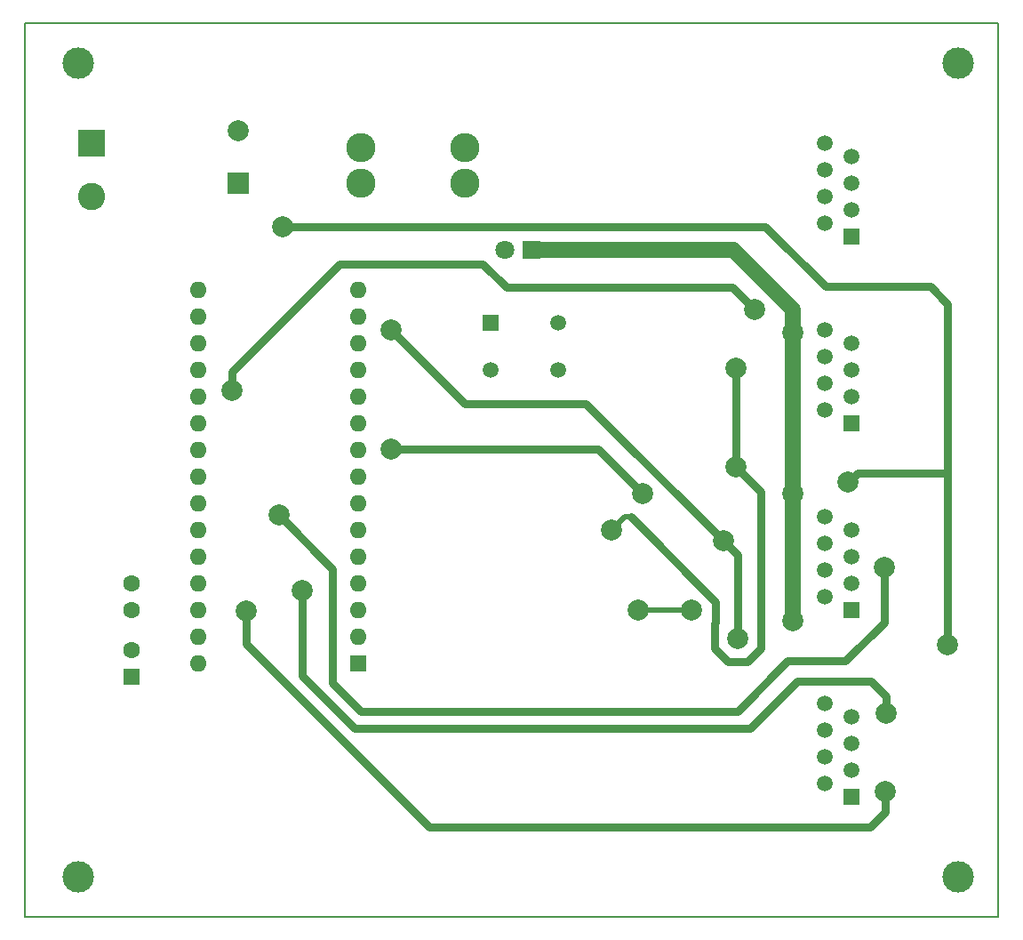
<source format=gbr>
G04 #@! TF.GenerationSoftware,KiCad,Pcbnew,5.0.2*
G04 #@! TF.CreationDate,2019-03-04T19:00:17-06:00*
G04 #@! TF.ProjectId,race timer,72616365-2074-4696-9d65-722e6b696361,rev?*
G04 #@! TF.SameCoordinates,PX6e37550PYe88b40*
G04 #@! TF.FileFunction,Copper,L1,Top*
G04 #@! TF.FilePolarity,Positive*
%FSLAX46Y46*%
G04 Gerber Fmt 4.6, Leading zero omitted, Abs format (unit mm)*
G04 Created by KiCad (PCBNEW 5.0.2) date Mon 04 Mar 2019 19:00:17 CST*
%MOMM*%
%LPD*%
G01*
G04 APERTURE LIST*
G04 #@! TA.AperFunction,NonConductor*
%ADD10C,0.150000*%
G04 #@! TD*
G04 #@! TA.AperFunction,ComponentPad*
%ADD11C,3.000000*%
G04 #@! TD*
G04 #@! TA.AperFunction,ComponentPad*
%ADD12R,1.498000X1.498000*%
G04 #@! TD*
G04 #@! TA.AperFunction,ComponentPad*
%ADD13C,1.498000*%
G04 #@! TD*
G04 #@! TA.AperFunction,ComponentPad*
%ADD14R,1.600000X1.600000*%
G04 #@! TD*
G04 #@! TA.AperFunction,ComponentPad*
%ADD15C,1.600000*%
G04 #@! TD*
G04 #@! TA.AperFunction,ComponentPad*
%ADD16C,2.780000*%
G04 #@! TD*
G04 #@! TA.AperFunction,ComponentPad*
%ADD17C,1.800000*%
G04 #@! TD*
G04 #@! TA.AperFunction,ComponentPad*
%ADD18R,1.800000X1.800000*%
G04 #@! TD*
G04 #@! TA.AperFunction,ComponentPad*
%ADD19R,2.600000X2.600000*%
G04 #@! TD*
G04 #@! TA.AperFunction,ComponentPad*
%ADD20C,2.600000*%
G04 #@! TD*
G04 #@! TA.AperFunction,ComponentPad*
%ADD21O,1.600000X1.600000*%
G04 #@! TD*
G04 #@! TA.AperFunction,ComponentPad*
%ADD22C,1.500000*%
G04 #@! TD*
G04 #@! TA.AperFunction,ComponentPad*
%ADD23R,1.500000X1.500000*%
G04 #@! TD*
G04 #@! TA.AperFunction,ComponentPad*
%ADD24R,2.000000X2.000000*%
G04 #@! TD*
G04 #@! TA.AperFunction,ComponentPad*
%ADD25C,2.000000*%
G04 #@! TD*
G04 #@! TA.AperFunction,ViaPad*
%ADD26C,2.000000*%
G04 #@! TD*
G04 #@! TA.AperFunction,Conductor*
%ADD27C,0.800000*%
G04 #@! TD*
G04 #@! TA.AperFunction,Conductor*
%ADD28C,1.500000*%
G04 #@! TD*
G04 #@! TA.AperFunction,Conductor*
%ADD29C,0.500000*%
G04 #@! TD*
G04 APERTURE END LIST*
D10*
X0Y0D02*
X-92710000Y0D01*
X-92710000Y0D02*
X-92710000Y-85090000D01*
X0Y-85090000D02*
X0Y0D01*
X-92710000Y-85090000D02*
X0Y-85090000D01*
D11*
G04 #@! TO.P,MOUNT3,1*
G04 #@! TO.N,N/C*
X-87630000Y-81280000D03*
G04 #@! TD*
G04 #@! TO.P,MOUNT4,1*
G04 #@! TO.N,N/C*
X-3810000Y-3810000D03*
G04 #@! TD*
G04 #@! TO.P,MOUNT2,1*
G04 #@! TO.N,N/C*
X-3810000Y-81280000D03*
G04 #@! TD*
D12*
G04 #@! TO.P,SW1,1*
G04 #@! TO.N,/PB1*
X-48410000Y-28520000D03*
D13*
G04 #@! TO.P,SW1,2*
G04 #@! TO.N,GND*
X-48410000Y-33020000D03*
G04 #@! TO.P,SW1,4*
G04 #@! TO.N,N/C*
X-41910000Y-33020000D03*
G04 #@! TO.P,SW1,3*
X-41910000Y-28520000D03*
G04 #@! TD*
D14*
G04 #@! TO.P,C1,1*
G04 #@! TO.N,Net-(A1-Pad27)*
X-82550000Y-62230000D03*
D15*
G04 #@! TO.P,C1,2*
G04 #@! TO.N,GND*
X-82550000Y-59730000D03*
G04 #@! TD*
D16*
G04 #@! TO.P,F1,1*
G04 #@! TO.N,/12V_FUSED*
X-50800000Y-15240000D03*
X-50800000Y-11840000D03*
G04 #@! TO.P,F1,2*
G04 #@! TO.N,+12V*
X-60720000Y-15240000D03*
X-60720000Y-11840000D03*
G04 #@! TD*
D17*
G04 #@! TO.P,D1,2*
G04 #@! TO.N,Net-(D1-Pad2)*
X-46990000Y-21590000D03*
D18*
G04 #@! TO.P,D1,1*
G04 #@! TO.N,GND*
X-44450000Y-21590000D03*
G04 #@! TD*
D19*
G04 #@! TO.P,J1,1*
G04 #@! TO.N,GND*
X-86360000Y-11430000D03*
D20*
G04 #@! TO.P,J1,2*
G04 #@! TO.N,+12V*
X-86360000Y-16510000D03*
G04 #@! TD*
D14*
G04 #@! TO.P,A1,1*
G04 #@! TO.N,Net-(A1-Pad1)*
X-60960000Y-60960000D03*
D21*
G04 #@! TO.P,A1,17*
G04 #@! TO.N,Net-(A1-Pad17)*
X-76200000Y-27940000D03*
G04 #@! TO.P,A1,2*
G04 #@! TO.N,Net-(A1-Pad2)*
X-60960000Y-58420000D03*
G04 #@! TO.P,A1,18*
G04 #@! TO.N,Net-(A1-Pad18)*
X-76200000Y-30480000D03*
G04 #@! TO.P,A1,3*
G04 #@! TO.N,Net-(A1-Pad3)*
X-60960000Y-55880000D03*
G04 #@! TO.P,A1,19*
G04 #@! TO.N,Net-(A1-Pad19)*
X-76200000Y-33020000D03*
G04 #@! TO.P,A1,4*
G04 #@! TO.N,GND*
X-60960000Y-53340000D03*
G04 #@! TO.P,A1,20*
G04 #@! TO.N,Net-(A1-Pad20)*
X-76200000Y-35560000D03*
G04 #@! TO.P,A1,5*
G04 #@! TO.N,Net-(A1-Pad5)*
X-60960000Y-50800000D03*
G04 #@! TO.P,A1,21*
G04 #@! TO.N,Net-(A1-Pad21)*
X-76200000Y-38100000D03*
G04 #@! TO.P,A1,6*
G04 #@! TO.N,Net-(A1-Pad6)*
X-60960000Y-48260000D03*
G04 #@! TO.P,A1,22*
G04 #@! TO.N,Net-(A1-Pad22)*
X-76200000Y-40640000D03*
G04 #@! TO.P,A1,7*
G04 #@! TO.N,Net-(A1-Pad7)*
X-60960000Y-45720000D03*
G04 #@! TO.P,A1,23*
G04 #@! TO.N,Net-(A1-Pad23)*
X-76200000Y-43180000D03*
G04 #@! TO.P,A1,8*
G04 #@! TO.N,Net-(A1-Pad8)*
X-60960000Y-43180000D03*
G04 #@! TO.P,A1,24*
G04 #@! TO.N,Net-(A1-Pad24)*
X-76200000Y-45720000D03*
G04 #@! TO.P,A1,9*
G04 #@! TO.N,/SEL0*
X-60960000Y-40640000D03*
G04 #@! TO.P,A1,25*
G04 #@! TO.N,Net-(A1-Pad25)*
X-76200000Y-48260000D03*
G04 #@! TO.P,A1,10*
G04 #@! TO.N,/SEL1*
X-60960000Y-38100000D03*
G04 #@! TO.P,A1,26*
G04 #@! TO.N,Net-(A1-Pad26)*
X-76200000Y-50800000D03*
G04 #@! TO.P,A1,11*
G04 #@! TO.N,/LED1*
X-60960000Y-35560000D03*
G04 #@! TO.P,A1,27*
G04 #@! TO.N,Net-(A1-Pad27)*
X-76200000Y-53340000D03*
G04 #@! TO.P,A1,12*
G04 #@! TO.N,/PB1*
X-60960000Y-33020000D03*
G04 #@! TO.P,A1,28*
G04 #@! TO.N,Net-(A1-Pad28)*
X-76200000Y-55880000D03*
G04 #@! TO.P,A1,13*
G04 #@! TO.N,/SS*
X-60960000Y-30480000D03*
G04 #@! TO.P,A1,29*
G04 #@! TO.N,GND*
X-76200000Y-58420000D03*
G04 #@! TO.P,A1,14*
G04 #@! TO.N,/MOSI*
X-60960000Y-27940000D03*
G04 #@! TO.P,A1,30*
G04 #@! TO.N,/12V_FUSED*
X-76200000Y-60960000D03*
G04 #@! TO.P,A1,15*
G04 #@! TO.N,/MISO*
X-60960000Y-25400000D03*
G04 #@! TO.P,A1,16*
G04 #@! TO.N,/SCL*
X-76200000Y-25400000D03*
G04 #@! TD*
D22*
G04 #@! TO.P,L2_Start1,8*
G04 #@! TO.N,GND*
X-16510000Y-29210000D03*
G04 #@! TO.P,L2_Start1,7*
G04 #@! TO.N,Net-(L2_Start1-Pad7)*
X-13970000Y-30480000D03*
G04 #@! TO.P,L2_Start1,6*
G04 #@! TO.N,Net-(L2_Start1-Pad6)*
X-16510000Y-31750000D03*
G04 #@! TO.P,L2_Start1,5*
G04 #@! TO.N,Net-(L2_Start1-Pad5)*
X-13970000Y-33020000D03*
G04 #@! TO.P,L2_Start1,4*
G04 #@! TO.N,/PORT1_LED_EXCITE*
X-16510000Y-34290000D03*
G04 #@! TO.P,L2_Start1,3*
G04 #@! TO.N,Net-(A1-Pad20)*
X-13970000Y-35560000D03*
G04 #@! TO.P,L2_Start1,2*
G04 #@! TO.N,Net-(L2_Start1-Pad2)*
X-16510000Y-36830000D03*
D23*
G04 #@! TO.P,L2_Start1,1*
G04 #@! TO.N,/12V_FUSED*
X-13970000Y-38100000D03*
G04 #@! TD*
G04 #@! TO.P,L1_Finish1,1*
G04 #@! TO.N,/12V_FUSED*
X-13970000Y-55880000D03*
D22*
G04 #@! TO.P,L1_Finish1,2*
G04 #@! TO.N,Net-(L1_Finish1-Pad2)*
X-16510000Y-54610000D03*
G04 #@! TO.P,L1_Finish1,3*
G04 #@! TO.N,Net-(A1-Pad21)*
X-13970000Y-53340000D03*
G04 #@! TO.P,L1_Finish1,4*
G04 #@! TO.N,/PORT2_LED_EXCITE*
X-16510000Y-52070000D03*
G04 #@! TO.P,L1_Finish1,5*
G04 #@! TO.N,/SEL0*
X-13970000Y-50800000D03*
G04 #@! TO.P,L1_Finish1,6*
G04 #@! TO.N,/MOSI*
X-16510000Y-49530000D03*
G04 #@! TO.P,L1_Finish1,7*
G04 #@! TO.N,/SCL*
X-13970000Y-48260000D03*
G04 #@! TO.P,L1_Finish1,8*
G04 #@! TO.N,GND*
X-16510000Y-46990000D03*
G04 #@! TD*
D24*
G04 #@! TO.P,C3,1*
G04 #@! TO.N,+12V*
X-72390000Y-15240000D03*
D25*
G04 #@! TO.P,C3,2*
G04 #@! TO.N,GND*
X-72390000Y-10240000D03*
G04 #@! TD*
D15*
G04 #@! TO.P,C2,1*
G04 #@! TO.N,Net-(A1-Pad27)*
X-82550000Y-53380000D03*
G04 #@! TO.P,C2,2*
G04 #@! TO.N,GND*
X-82550000Y-55880000D03*
G04 #@! TD*
D23*
G04 #@! TO.P,L2_finish1,1*
G04 #@! TO.N,/12V_FUSED*
X-13970000Y-73660000D03*
D22*
G04 #@! TO.P,L2_finish1,2*
G04 #@! TO.N,Net-(L2_finish1-Pad2)*
X-16510000Y-72390000D03*
G04 #@! TO.P,L2_finish1,3*
G04 #@! TO.N,Net-(A1-Pad22)*
X-13970000Y-71120000D03*
G04 #@! TO.P,L2_finish1,4*
G04 #@! TO.N,/PORT3_LED_EXCITE*
X-16510000Y-69850000D03*
G04 #@! TO.P,L2_finish1,5*
G04 #@! TO.N,/SEL1*
X-13970000Y-68580000D03*
G04 #@! TO.P,L2_finish1,6*
G04 #@! TO.N,/MOSI*
X-16510000Y-67310000D03*
G04 #@! TO.P,L2_finish1,7*
G04 #@! TO.N,/SCL*
X-13970000Y-66040000D03*
G04 #@! TO.P,L2_finish1,8*
G04 #@! TO.N,GND*
X-16510000Y-64770000D03*
G04 #@! TD*
G04 #@! TO.P,L1_Start1,8*
G04 #@! TO.N,GND*
X-16510000Y-11430000D03*
G04 #@! TO.P,L1_Start1,7*
G04 #@! TO.N,Net-(L1_Start1-Pad7)*
X-13970000Y-12700000D03*
G04 #@! TO.P,L1_Start1,6*
G04 #@! TO.N,Net-(L1_Start1-Pad6)*
X-16510000Y-13970000D03*
G04 #@! TO.P,L1_Start1,5*
G04 #@! TO.N,Net-(L1_Start1-Pad5)*
X-13970000Y-15240000D03*
G04 #@! TO.P,L1_Start1,4*
G04 #@! TO.N,/PORT0_LED_EXCITE*
X-16510000Y-16510000D03*
G04 #@! TO.P,L1_Start1,3*
G04 #@! TO.N,Net-(A1-Pad19)*
X-13970000Y-17780000D03*
G04 #@! TO.P,L1_Start1,2*
G04 #@! TO.N,Net-(L1_Start1-Pad2)*
X-16510000Y-19050000D03*
D23*
G04 #@! TO.P,L1_Start1,1*
G04 #@! TO.N,/12V_FUSED*
X-13970000Y-20320000D03*
G04 #@! TD*
D11*
G04 #@! TO.P,MOUNT1,1*
G04 #@! TO.N,N/C*
X-87630000Y-3810000D03*
G04 #@! TD*
D26*
G04 #@! TO.N,Net-(A1-Pad20)*
X-73014900Y-35012100D03*
X-23220400Y-27293700D03*
G04 #@! TO.N,Net-(A1-Pad21)*
X-68525500Y-46860200D03*
X-10891100Y-51840100D03*
G04 #@! TO.N,Net-(A1-Pad22)*
X-71657100Y-55998100D03*
X-10749900Y-73172600D03*
G04 #@! TO.N,GND*
X-19593700Y-56876700D03*
X-19593700Y-44804000D03*
X-19593700Y-29444100D03*
G04 #@! TO.N,/SEL0*
X-57815200Y-40552900D03*
X-33932400Y-44773400D03*
G04 #@! TO.N,/SEL1*
X-66291100Y-54005900D03*
X-10700900Y-65736500D03*
G04 #@! TO.N,/MOSI*
X-57851700Y-29226200D03*
X-24831500Y-58586400D03*
X-26218200Y-49285400D03*
G04 #@! TO.N,/SCL*
X-4819700Y-59161300D03*
X-14294300Y-43721200D03*
X-68164200Y-19364500D03*
G04 #@! TO.N,Net-(R2-Pad2)*
X-29210000Y-55880000D03*
X-34290000Y-55880000D03*
G04 #@! TO.N,Net-(R11-Pad2)*
X-24987300Y-32861100D03*
X-24987300Y-42256200D03*
X-36830000Y-48260000D03*
G04 #@! TD*
D27*
G04 #@! TO.N,Net-(A1-Pad20)*
X-73014900Y-35012100D02*
X-73014900Y-33155000D01*
X-73014900Y-33155000D02*
X-62767700Y-22907800D01*
X-62767700Y-22907800D02*
X-49112200Y-22907800D01*
X-49112200Y-22907800D02*
X-46874100Y-25145900D01*
X-46874100Y-25145900D02*
X-25368200Y-25145900D01*
X-25368200Y-25145900D02*
X-23220400Y-27293700D01*
G04 #@! TO.N,Net-(A1-Pad21)*
X-68525500Y-46860200D02*
X-63430400Y-51955300D01*
X-63430400Y-51955300D02*
X-63430400Y-62787800D01*
X-63430400Y-62787800D02*
X-60691900Y-65526300D01*
X-60691900Y-65526300D02*
X-24836700Y-65526300D01*
X-24836700Y-65526300D02*
X-20052500Y-60742100D01*
X-20052500Y-60742100D02*
X-14583800Y-60742100D01*
X-14583800Y-60742100D02*
X-10891100Y-57049400D01*
X-10891100Y-57049400D02*
X-10891100Y-51840100D01*
G04 #@! TO.N,Net-(A1-Pad22)*
X-10749900Y-73172600D02*
X-10749900Y-75064500D01*
X-10749900Y-75064500D02*
X-12224700Y-76539300D01*
X-12224700Y-76539300D02*
X-54244700Y-76539300D01*
X-54244700Y-76539300D02*
X-71657100Y-59126900D01*
X-71657100Y-59126900D02*
X-71657100Y-55998100D01*
D28*
G04 #@! TO.N,GND*
X-19593700Y-29444100D02*
X-19593700Y-27276800D01*
X-19593700Y-27276800D02*
X-25280500Y-21590000D01*
X-25280500Y-21590000D02*
X-44450000Y-21590000D01*
X-19593700Y-29444100D02*
X-19593700Y-44804000D01*
X-19593700Y-56876700D02*
X-19593700Y-44804000D01*
D27*
G04 #@! TO.N,/SEL0*
X-57815200Y-40552900D02*
X-38152900Y-40552900D01*
X-38152900Y-40552900D02*
X-33932400Y-44773400D01*
G04 #@! TO.N,/SEL1*
X-66291100Y-54005900D02*
X-66291100Y-62190400D01*
X-66291100Y-62190400D02*
X-61296500Y-67185000D01*
X-61296500Y-67185000D02*
X-23683400Y-67185000D01*
X-23683400Y-67185000D02*
X-19153100Y-62654700D01*
X-19153100Y-62654700D02*
X-12160300Y-62654700D01*
X-12160300Y-62654700D02*
X-10700900Y-64114100D01*
X-10700900Y-64114100D02*
X-10700900Y-65736500D01*
G04 #@! TO.N,/MOSI*
X-57851700Y-29226200D02*
X-50846700Y-36231200D01*
X-50846700Y-36231200D02*
X-39272400Y-36231200D01*
X-39272400Y-36231200D02*
X-26218200Y-49285400D01*
X-24831500Y-58586400D02*
X-24831500Y-50672100D01*
X-24831500Y-50672100D02*
X-26218200Y-49285400D01*
G04 #@! TO.N,/SCL*
X-4819700Y-59161300D02*
X-4819700Y-42870000D01*
X-4819700Y-42870000D02*
X-13443100Y-42870000D01*
X-13443100Y-42870000D02*
X-14294300Y-43721200D01*
X-68164200Y-19364500D02*
X-22180100Y-19364500D01*
X-22180100Y-19364500D02*
X-16440400Y-25104200D01*
X-16440400Y-25104200D02*
X-6478100Y-25104200D01*
X-6478100Y-25104200D02*
X-4819700Y-26762600D01*
X-4819700Y-26762600D02*
X-4819700Y-42870000D01*
D29*
G04 #@! TO.N,Net-(R2-Pad2)*
X-29210000Y-55880000D02*
X-34290000Y-55880000D01*
D27*
G04 #@! TO.N,Net-(R11-Pad2)*
X-26911300Y-55097400D02*
X-26911300Y-57047700D01*
X-26911300Y-57047700D02*
X-27038000Y-57174400D01*
X-27038000Y-57174400D02*
X-27038000Y-59516400D01*
X-27038000Y-59516400D02*
X-25764700Y-60789700D01*
X-25764700Y-60789700D02*
X-23866900Y-60789700D01*
X-23866900Y-60789700D02*
X-22631200Y-59554000D01*
X-22631200Y-59554000D02*
X-22631200Y-44612300D01*
X-22631200Y-44612300D02*
X-24987300Y-42256200D01*
X-24987300Y-32861100D02*
X-24987300Y-42256200D01*
D29*
X-35560000Y-46990000D02*
X-35018700Y-46990000D01*
X-36830000Y-48260000D02*
X-35560000Y-46990000D01*
D27*
X-35018700Y-46990000D02*
X-26911300Y-55097400D01*
G04 #@! TD*
M02*

</source>
